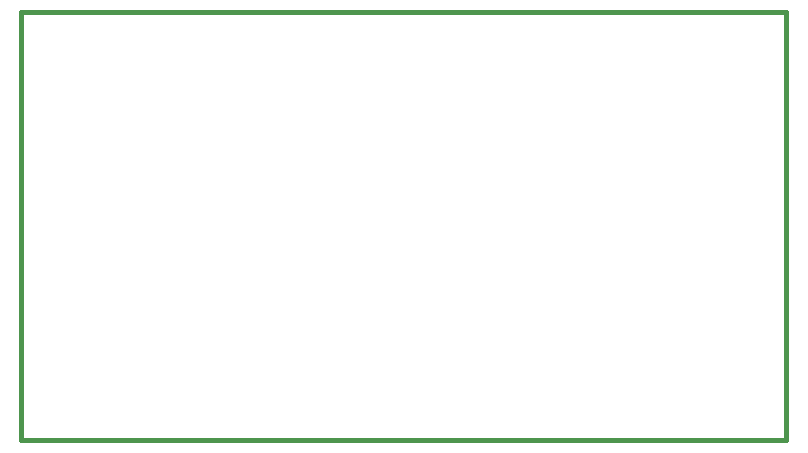
<source format=gbr>
G04 (created by PCBNEW-RS274X (2012-01-19 BZR 3256)-stable) date 24/12/2012 01:38:18*
G01*
G70*
G90*
%MOIN*%
G04 Gerber Fmt 3.4, Leading zero omitted, Abs format*
%FSLAX34Y34*%
G04 APERTURE LIST*
%ADD10C,0.006000*%
%ADD11C,0.015000*%
G04 APERTURE END LIST*
G54D10*
G54D11*
X46750Y-41750D02*
X46750Y-27500D01*
X47000Y-41750D02*
X46750Y-41750D01*
X72250Y-41750D02*
X47000Y-41750D01*
X72250Y-27500D02*
X72250Y-41750D01*
X46750Y-27500D02*
X72250Y-27500D01*
M02*

</source>
